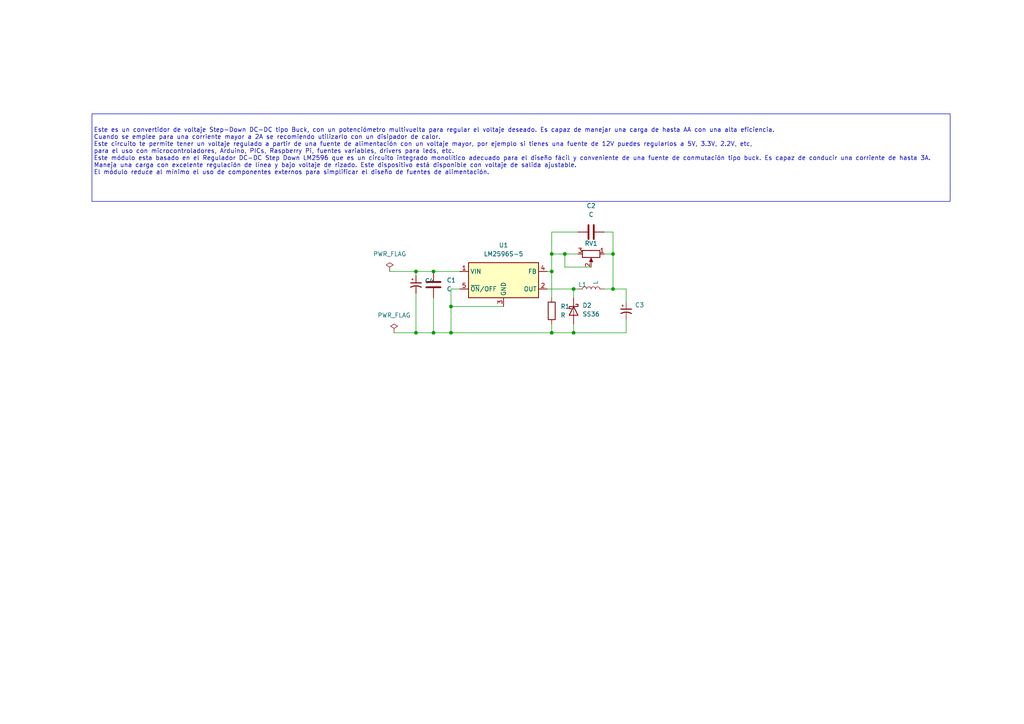
<source format=kicad_sch>
(kicad_sch (version 20231120) (generator "eeschema") (generator_version "8.0")
  (paper "A4")
  (title_block (title "Modulo LM2596") (date "2024-04-21") (rev "Jorge Luis Estrada") (company "Universidad Catolica Boliviana"))
  (lib_symbols
    (symbol "Device:C" (pin_numbers hide) (pin_names (offset 0.254))
      (property "Reference" "C" (at 0.635 2.54 0))
      (property "Value" "C" (at 0.635 -2.54 0))
      (symbol "C_0_1"
        (polyline (pts (xy -2.032 -0.762) (xy 2.032 -0.762)) (stroke (width 0.508)))
        (polyline (pts (xy -2.032 0.762) (xy 2.032 0.762)) (stroke (width 0.508)))
      )
      (symbol "C_1_1"
        (pin passive line (at 0 3.81 270) (length 2.794) (name "~") (number "1"))
        (pin passive line (at 0 -3.81 90) (length 2.794) (name "~") (number "2"))
      )
    )
    (symbol "Device:C_Polarized_Small_US" (pin_numbers hide) (pin_names (offset 0.254) hide)
      (property "Reference" "C" (at 0.254 1.778 0))
      (property "Value" "C_Polarized_Small_US" (at 0.254 -2.032 0))
      (symbol "C_Polarized_Small_US_0_1"
        (polyline (pts (xy -1.524 0.508) (xy 1.524 0.508)) (stroke (width 0.3048)))
        (polyline (pts (xy -1.27 1.524) (xy -0.762 1.524)))
        (polyline (pts (xy -1.016 1.27) (xy -1.016 1.778)))
        (arc (start 1.524 -0.762) (mid 0 -0.3734) (end -1.524 -0.762) (stroke (width 0.3048)))
      )
      (symbol "C_Polarized_Small_US_1_1"
        (pin passive line (at 0 2.54 270) (length 2.032) (name "~") (number "1"))
        (pin passive line (at 0 -2.54 90) (length 2.032) (name "~") (number "2"))
      )
    )
    (symbol "Device:L" (pin_numbers hide) (pin_names (offset 1.016) hide)
      (property "Reference" "L" (at -1.27 0 90))
      (property "Value" "L" (at 1.905 0 90))
      (symbol "L_0_1"
        (arc (start 0 -2.54) (mid 0.6323 -1.905) (end 0 -1.27))
        (arc (start 0 -1.27) (mid 0.6323 -0.635) (end 0 0))
        (arc (start 0 0) (mid 0.6323 0.635) (end 0 1.27))
        (arc (start 0 1.27) (mid 0.6323 1.905) (end 0 2.54))
      )
      (symbol "L_1_1"
        (pin passive line (at 0 3.81 270) (length 1.27) (name "1") (number "1"))
        (pin passive line (at 0 -3.81 90) (length 1.27) (name "2") (number "2"))
      )
    )
    (symbol "Device:R" (pin_numbers hide) (pin_names (offset 0))
      (property "Reference" "R" (at 2.032 0 90))
      (property "Value" "R" (at 0 0 90))
      (symbol "R_0_1"
        (rectangle (start -1.016 -2.54) (end 1.016 2.54) (stroke (width 0.254)))
      )
      (symbol "R_1_1"
        (pin passive line (at 0 3.81 270) (length 1.27) (name "~") (number "1"))
        (pin passive line (at 0 -3.81 90) (length 1.27) (name "~") (number "2"))
      )
    )
    (symbol "Device:R_Potentiometer" (pin_names (offset 1.016) hide)
      (property "Reference" "RV" (at -4.445 0 90))
      (property "Value" "R_Potentiometer" (at -2.54 0 90))
      (symbol "R_Potentiometer_0_1"
        (polyline (pts (xy 2.54 0) (xy 1.524 0)))
        (polyline (pts (xy 1.143 0) (xy 2.286 0.508) (xy 2.286 -0.508) (xy 1.143 0)) (fill (type outline)))
        (rectangle (start 1.016 2.54) (end -1.016 -2.54) (stroke (width 0.254)))
      )
      (symbol "R_Potentiometer_1_1"
        (pin passive line (at 0 3.81 270) (length 1.27) (name "1") (number "1"))
        (pin passive line (at 3.81 0 180) (length 1.27) (name "2") (number "2"))
        (pin passive line (at 0 -3.81 90) (length 1.27) (name "3") (number "3"))
      )
    )
    (symbol "Diode:SS36" (pin_numbers hide) (pin_names (offset 1.016) hide)
      (property "Reference" "D" (at 0 2.54 0))
      (property "Value" "SS36" (at 0 -2.54 0))
      (symbol "SS36_0_1"
        (polyline (pts (xy 1.27 0) (xy -1.27 0)))
        (polyline (pts (xy 1.27 1.27) (xy 1.27 -1.27) (xy -1.27 0) (xy 1.27 1.27)) (stroke (width 0.254)))
        (polyline (pts (xy -1.905 0.635) (xy -1.905 1.27) (xy -1.27 1.27) (xy -1.27 -1.27) (xy -0.635 -1.27) (xy -0.635 -0.635)) (stroke (width 0.254)))
      )
      (symbol "SS36_1_1"
        (pin passive line (at -3.81 0 0) (length 2.54) (name "K") (number "1"))
        (pin passive line (at 3.81 0 180) (length 2.54) (name "A") (number "2"))
      )
    )
    (symbol "Regulator_Switching:LM2596S-5"
      (property "Reference" "U" (at -10.16 6.35 0))
      (property "Value" "LM2596S-5" (at 0 6.35 0))
      (symbol "LM2596S-5_0_1"
        (rectangle (start -10.16 5.08) (end 10.16 -5.08) (stroke (width 0.254)) (fill (type background)))
      )
      (symbol "LM2596S-5_1_1"
        (pin power_in line (at -12.7 2.54 0) (length 2.54) (name "VIN") (number "1"))
        (pin output line (at 12.7 -2.54 180) (length 2.54) (name "OUT") (number "2"))
        (pin power_in line (at 0 -7.62 90) (length 2.54) (name "GND") (number "3"))
        (pin input line (at 12.7 2.54 180) (length 2.54) (name "FB") (number "4"))
        (pin input line (at -12.7 -2.54 0) (length 2.54) (name "~{ON}/OFF") (number "5"))
      )
    )
    (symbol "power:PWR_FLAG" (power) (pin_numbers hide) (pin_names (offset 0) hide)
      (property "Value" "PWR_FLAG" (at 0 3.81 0))
      (symbol "PWR_FLAG_0_0"
        (pin power_out line (at 0 0 90) (length 0) (name "~") (number "1"))
      )
      (symbol "PWR_FLAG_0_1"
        (polyline (pts (xy 0 0) (xy 0 1.27) (xy -1.016 1.905) (xy 0 2.54) (xy 1.016 1.905) (xy 0 1.27)))
      )
    )
  )
  (junction (at 166.37 96.52))
  (junction (at 177.8 83.82))
  (junction (at 125.73 78.74))
  (junction (at 120.65 78.74))
  (junction (at 160.02 73.66))
  (junction (at 120.65 96.52))
  (junction (at 125.73 96.52))
  (junction (at 163.83 73.66))
  (junction (at 130.81 88.9))
  (junction (at 160.02 96.52))
  (junction (at 160.02 78.74))
  (junction (at 130.81 96.52))
  (junction (at 177.8 73.66))
  (junction (at 166.37 83.82))
  (wire (pts (xy 158.75 78.74) (xy 160.02 78.74)))
  (wire (pts (xy 160.02 73.66) (xy 160.02 78.74)))
  (wire (pts (xy 113.03 78.74) (xy 120.65 78.74)))
  (wire (pts (xy 120.65 78.74) (xy 125.73 78.74)))
  (wire (pts (xy 160.02 78.74) (xy 160.02 86.36)))
  (wire (pts (xy 163.83 77.47) (xy 163.83 73.66)))
  (wire (pts (xy 171.45 77.47) (xy 163.83 77.47)))
  (wire (pts (xy 163.83 73.66) (xy 160.02 73.66)))
  (wire (pts (xy 130.81 83.82) (xy 130.81 88.9)))
  (wire (pts (xy 120.65 78.74) (xy 120.65 80.01)))
  (wire (pts (xy 175.26 67.31) (xy 177.8 67.31)))
  (wire (pts (xy 166.37 96.52) (xy 160.02 96.52)))
  (wire (pts (xy 158.75 83.82) (xy 166.37 83.82)))
  (wire (pts (xy 133.35 83.82) (xy 130.81 83.82)))
  (wire (pts (xy 120.65 85.09) (xy 120.65 96.52)))
  (wire (pts (xy 120.65 96.52) (xy 125.73 96.52)))
  (wire (pts (xy 181.61 92.71) (xy 181.61 96.52)))
  (wire (pts (xy 175.26 73.66) (xy 177.8 73.66)))
  (wire (pts (xy 114.3 96.52) (xy 120.65 96.52)))
  (wire (pts (xy 181.61 96.52) (xy 166.37 96.52)))
  (wire (pts (xy 166.37 83.82) (xy 166.37 86.36)))
  (wire (pts (xy 175.26 83.82) (xy 177.8 83.82)))
  (wire (pts (xy 160.02 93.98) (xy 160.02 96.52)))
  (wire (pts (xy 166.37 83.82) (xy 167.64 83.82)))
  (wire (pts (xy 130.81 88.9) (xy 146.05 88.9)))
  (wire (pts (xy 177.8 73.66) (xy 177.8 83.82)))
  (wire (pts (xy 166.37 93.98) (xy 166.37 96.52)))
  (wire (pts (xy 167.64 73.66) (xy 163.83 73.66)))
  (wire (pts (xy 125.73 78.74) (xy 133.35 78.74)))
  (wire (pts (xy 177.8 83.82) (xy 181.61 83.82)))
  (wire (pts (xy 160.02 67.31) (xy 160.02 73.66)))
  (wire (pts (xy 181.61 83.82) (xy 181.61 87.63)))
  (wire (pts (xy 130.81 88.9) (xy 130.81 96.52)))
  (wire (pts (xy 167.64 67.31) (xy 160.02 67.31)))
  (wire (pts (xy 125.73 96.52) (xy 130.81 96.52)))
  (wire (pts (xy 125.73 86.36) (xy 125.73 96.52)))
  (wire (pts (xy 130.81 96.52) (xy 160.02 96.52)))
  (wire (pts (xy 177.8 67.31) (xy 177.8 73.66)))
  (rectangle (start 26.67 33.02) (end 275.59 58.42))
  (text "Este es un convertidor de voltaje Step-Down DC-DC tipo Buck, con un potenciómetro multivuelta para regular el voltaje deseado. Es capaz de manejar una carga de hasta AA con una alta eficiencia. \nCuando se emplee para una corriente mayor a 2A se recomiendo utilizarlo con un disipador de calor.\nEste circuito te permite tener un voltaje regulado a partir de una fuente de alimentación con un voltaje mayor, por ejemplo si tienes una fuente de 12V puedes regularlos a 5V, 3.3V, 2.2V, etc, \npara el uso con microcontroladores, Arduino, PICs, Raspberry Pi, fuentes variables, drivers para leds, etc.\nEste módulo esta basado en el Regulador DC-DC Step Down LM2596 que es un circuito integrado monolítico adecuado para el diseño fácil y conveniente de una fuente de conmutación tipo buck. Es capaz de conducir una corriente de hasta 3A. \nManeja una carga con excelente regulación de línea y bajo voltaje de rizado. Este dispositivo está disponible con voltaje de salida ajustable. \nEl módulo reduce al mínimo el uso de componentes externos para simplificar el diseño de fuentes de alimentación." (at 27.178 37.084 0) (effects (font (size 1.27 1.27)) (justify left top)))
  (symbol (lib_id "power:PWR_FLAG") (at 114.3 96.52 0) (unit 1)
    (property "Reference" "#FLG02" (effects (hide yes)))
    (property "Value" "PWR_FLAG" (at 114.3 91.44 0))
    (property "Description" "Special symbol for telling ERC where power comes from" (effects (hide yes)))
  )
  (symbol (lib_id "Regulator_Switching:LM2596S-5") (at 146.05 81.28 0) (unit 1)
    (property "Reference" "U1" (at 146.05 71.12 0))
    (property "Value" "LM2596S-5" (at 146.05 73.66 0))
    (property "Footprint" "Package_TO_SOT_SMD:TO-263-5_TabPin3" (effects (hide yes)))
    (property "Datasheet" "http://www.ti.com/lit/ds/symlink/lm2596.pdf" (effects (hide yes)))
    (property "Description" "5V 3A Step-Down Voltage Regulator, TO-263" (effects (hide yes)))
  )
  (symbol (lib_id "Device:C") (at 125.73 82.55 0) (unit 1)
    (property "Reference" "C1" (at 129.54 81.2799 0) (effects (justify left)))
    (property "Value" "C" (at 129.54 83.8199 0) (effects (justify left)))
    (property "Footprint" "Capacitor_SMD:C_0603_1608Metric" (effects (hide yes)))
    (property "Description" "Unpolarized capacitor" (effects (hide yes)))
  )
  (symbol (lib_id "Device:R_Potentiometer") (at 171.45 73.66 270) (unit 1)
    (property "Reference" "RV1" (at 171.45 70.612 90))
    (property "Value" "R_Potentiometer" (effects (hide yes)))
    (property "Footprint" "Potentiometer_THT:Potentiometer_Bourns_3266W_Vertical" (effects (hide yes)))
    (property "Description" "Potentiometer" (effects (hide yes)))
  )
  (symbol (lib_id "power:PWR_FLAG") (at 113.03 78.74 0) (unit 1)
    (property "Reference" "#FLG01" (effects (hide yes)))
    (property "Value" "PWR_FLAG" (at 113.03 73.66 0))
    (property "Description" "Special symbol for telling ERC where power comes from" (effects (hide yes)))
  )
  (symbol (lib_id "Device:C_Polarized_Small_US") (at 120.65 82.55 0) (unit 1)
    (property "Reference" "C4" (at 123.19 81.4831 0) (effects (justify left)))
    (property "Value" "~" (at 123.19 83.3882 0) (effects (justify left)))
    (property "Footprint" "Capacitor_SMD:CP_Elec_4x3" (effects (hide yes)))
    (property "Description" "Polarized capacitor, small US symbol" (effects (hide yes)))
  )
  (symbol (lib_id "Device:R") (at 160.02 90.17 0) (unit 1)
    (property "Reference" "R1" (at 162.56 88.8999 0) (effects (justify left)))
    (property "Value" "R" (at 162.56 91.4399 0) (effects (justify left)))
    (property "Footprint" "Resistor_SMD:R_0805_2012Metric" (effects (hide yes)))
    (property "Description" "Resistor" (effects (hide yes)))
  )
  (symbol (lib_id "Device:C") (at 171.45 67.31 90) (unit 1)
    (property "Reference" "C2" (at 171.45 59.69 90))
    (property "Value" "C" (at 171.45 62.23 90))
    (property "Footprint" "Capacitor_SMD:C_0603_1608Metric" (effects (hide yes)))
    (property "Description" "Unpolarized capacitor" (effects (hide yes)))
  )
  (symbol (lib_id "Diode:SS36") (at 166.37 90.17 270) (unit 1)
    (property "Reference" "D2" (at 168.91 88.5824 90) (effects (justify left)))
    (property "Value" "SS36" (at 168.91 91.1224 90) (effects (justify left)))
    (property "Footprint" "Diode_SMD:D_SMA" (effects (hide yes)))
    (property "Datasheet" "https://www.vishay.com/docs/88751/ss32.pdf" (effects (hide yes)))
    (property "Description" "60V 3A Schottky Diode, SMA" (effects (hide yes)))
  )
  (symbol (lib_id "Device:C_Polarized_Small_US") (at 181.61 90.17 0) (unit 1)
    (property "Reference" "C3" (at 184.15 88.4681 0) (effects (justify left)))
    (property "Value" "C_Polarized_Small_US" (effects (hide yes)))
    (property "Footprint" "Capacitor_SMD:CP_Elec_3x5.4" (effects (hide yes)))
    (property "Description" "Polarized capacitor, small US symbol" (effects (hide yes)))
  )
  (symbol (lib_id "Device:L") (at 171.45 83.82 90) (unit 1)
    (property "Reference" "L1" (at 170.1799 82.55 90) (effects (justify left)))
    (property "Value" "L" (at 172.7199 82.55 0) (effects (justify left)))
    (property "Footprint" "Inductor_SMD:L_2512_6332Metric_Pad1.52x3.35mm_HandSolder" (effects (hide yes)))
    (property "Description" "Inductor" (effects (hide yes)))
  )
)
</source>
